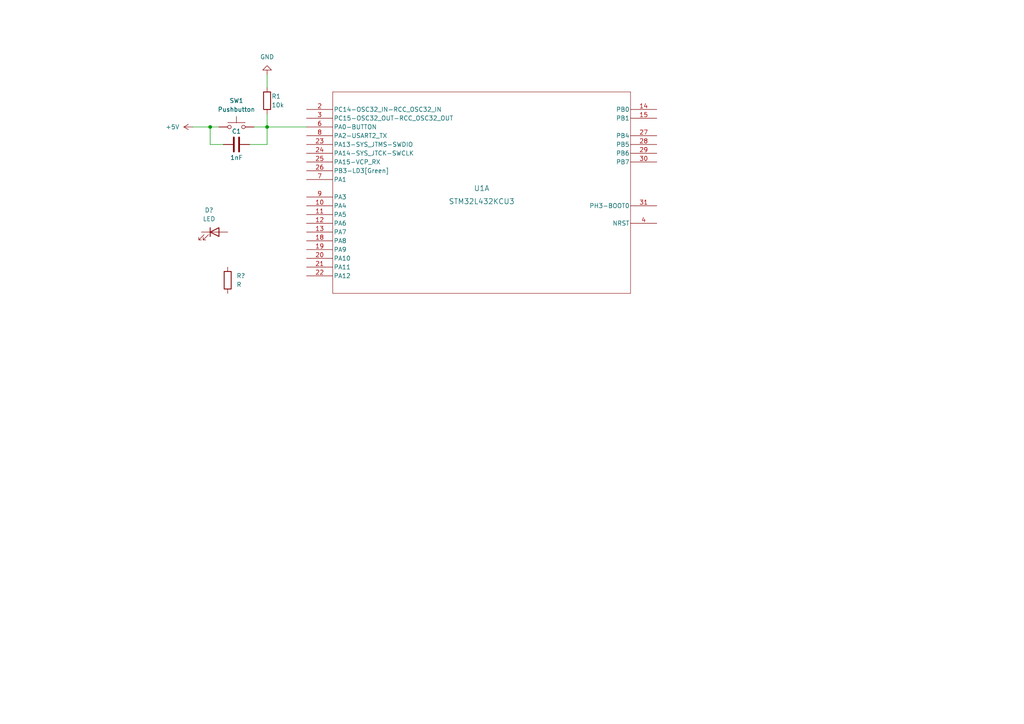
<source format=kicad_sch>
(kicad_sch (version 20211123) (generator eeschema)
  (paper "A4")
  (lib_symbols
    (symbol "2024-07-29_20-35-33:STM32L432KCU3" (pin_names (offset 0.254))
      (property "Reference" "U" (at 50.8 10.16 0))
      (property "Value" "STM32L432KCU3" (at 50.8 7.62 0))
      (symbol "STM32L432KCU3_1_1"
        (polyline (pts (xy 7.62 -53.34) (xy 93.98 -53.34)) (stroke (width 0.127)))
        (polyline (pts (xy 7.62 5.08) (xy 7.62 -53.34)) (stroke (width 0.127)))
        (polyline (pts (xy 93.98 -53.34) (xy 93.98 5.08)) (stroke (width 0.127)))
        (polyline (pts (xy 93.98 5.08) (xy 7.62 5.08)) (stroke (width 0.127)))
        (pin bidirectional line (at 0 -27.94 0) (length 7.62) (name "PA4") (number "10"))
        (pin bidirectional line (at 0 -30.48 0) (length 7.62) (name "PA5") (number "11"))
        (pin bidirectional line (at 0 -33.02 0) (length 7.62) (name "PA6") (number "12"))
        (pin bidirectional line (at 0 -35.56 0) (length 7.62) (name "PA7") (number "13"))
        (pin bidirectional line (at 101.6 0 180) (length 7.62) (name "PB0") (number "14"))
        (pin bidirectional line (at 101.6 -2.54 180) (length 7.62) (name "PB1") (number "15"))
        (pin bidirectional line (at 0 -38.1 0) (length 7.62) (name "PA8") (number "18"))
        (pin bidirectional line (at 0 -40.64 0) (length 7.62) (name "PA9") (number "19"))
        (pin unspecified line (at 0 0 0) (length 7.62) (name "PC14-OSC32_IN-RCC_OSC32_IN") (number "2"))
        (pin bidirectional line (at 0 -43.18 0) (length 7.62) (name "PA10") (number "20"))
        (pin bidirectional line (at 0 -45.72 0) (length 7.62) (name "PA11") (number "21"))
        (pin bidirectional line (at 0 -48.26 0) (length 7.62) (name "PA12") (number "22"))
        (pin unspecified line (at 0 -10.16 0) (length 7.62) (name "PA13-SYS_JTMS-SWDIO") (number "23"))
        (pin unspecified line (at 0 -12.7 0) (length 7.62) (name "PA14-SYS_JTCK-SWCLK") (number "24"))
        (pin unspecified line (at 0 -15.24 0) (length 7.62) (name "PA15-VCP_RX") (number "25"))
        (pin unspecified line (at 0 -17.78 0) (length 7.62) (name "PB3-LD3[Green]") (number "26"))
        (pin bidirectional line (at 101.6 -7.62 180) (length 7.62) (name "PB4") (number "27"))
        (pin bidirectional line (at 101.6 -10.16 180) (length 7.62) (name "PB5") (number "28"))
        (pin bidirectional line (at 101.6 -12.7 180) (length 7.62) (name "PB6") (number "29"))
        (pin unspecified line (at 0 -2.54 0) (length 7.62) (name "PC15-OSC32_OUT-RCC_OSC32_OUT") (number "3"))
        (pin bidirectional line (at 101.6 -15.24 180) (length 7.62) (name "PB7") (number "30"))
        (pin bidirectional line (at 101.6 -27.94 180) (length 7.62) (name "PH3-BOOT0") (number "31"))
        (pin bidirectional line (at 101.6 -33.02 180) (length 7.62) (name "NRST") (number "4"))
        (pin unspecified line (at 0 -5.08 0) (length 7.62) (name "PA0-BUTTON") (number "6"))
        (pin bidirectional line (at 0 -20.32 0) (length 7.62) (name "PA1") (number "7"))
        (pin unspecified line (at 0 -7.62 0) (length 7.62) (name "PA2-USART2_TX") (number "8"))
        (pin bidirectional line (at 0 -25.4 0) (length 7.62) (name "PA3") (number "9"))
      )
      (symbol "STM32L432KCU3_2_1"
        (polyline (pts (xy 7.62 -12.7) (xy 43.18 -12.7)) (stroke (width 0.127)))
        (polyline (pts (xy 7.62 5.08) (xy 7.62 -12.7)) (stroke (width 0.127)))
        (polyline (pts (xy 43.18 -12.7) (xy 43.18 5.08)) (stroke (width 0.127)))
        (polyline (pts (xy 43.18 5.08) (xy 7.62 5.08)) (stroke (width 0.127)))
        (pin power_in line (at 50.8 0 180) (length 7.62) (name "VDD") (number "1"))
        (pin power_in line (at 0 0 0) (length 7.62) (name "VSS") (number "16"))
        (pin power_in line (at 50.8 -2.54 180) (length 7.62) (name "VDD") (number "17"))
        (pin power_in line (at 0 -2.54 0) (length 7.62) (name "VSS") (number "32"))
        (pin power_in line (at 50.8 -7.62 180) (length 7.62) (name "VDDA/VREF+") (number "5"))
      )
    )
    (symbol "Device:C" (pin_numbers hide) (pin_names (offset 0.254))
      (property "Reference" "C" (at 0.635 2.54 0))
      (property "Value" "C" (at 0.635 -2.54 0))
      (symbol "C_0_1"
        (polyline (pts (xy -2.032 -0.762) (xy 2.032 -0.762)) (stroke (width 0.508)))
        (polyline (pts (xy -2.032 0.762) (xy 2.032 0.762)) (stroke (width 0.508)))
      )
      (symbol "C_1_1"
        (pin passive line (at 0 3.81 270) (length 2.794) (name "~") (number "1"))
        (pin passive line (at 0 -3.81 90) (length 2.794) (name "~") (number "2"))
      )
    )
    (symbol "Device:LED" (pin_numbers hide) (pin_names (offset 1.016) hide)
      (property "Reference" "D" (at 0 2.54 0))
      (property "Value" "LED" (at 0 -2.54 0))
      (symbol "LED_0_1"
        (polyline (pts (xy -1.27 -1.27) (xy -1.27 1.27)) (stroke (width 0.254)))
        (polyline (pts (xy -1.27 0) (xy 1.27 0)))
        (polyline (pts (xy 1.27 -1.27) (xy 1.27 1.27) (xy -1.27 0) (xy 1.27 -1.27)) (stroke (width 0.254)))
        (polyline (pts (xy -3.048 -0.762) (xy -4.572 -2.286) (xy -3.81 -2.286) (xy -4.572 -2.286) (xy -4.572 -1.524)))
        (polyline (pts (xy -1.778 -0.762) (xy -3.302 -2.286) (xy -2.54 -2.286) (xy -3.302 -2.286) (xy -3.302 -1.524)))
      )
      (symbol "LED_1_1"
        (pin passive line (at -3.81 0 0) (length 2.54) (name "K") (number "1"))
        (pin passive line (at 3.81 0 180) (length 2.54) (name "A") (number "2"))
      )
    )
    (symbol "Device:R" (pin_numbers hide) (pin_names (offset 0))
      (property "Reference" "R" (at 2.032 0 90))
      (property "Value" "R" (at 0 0 90))
      (symbol "R_0_1"
        (rectangle (start -1.016 -2.54) (end 1.016 2.54) (stroke (width 0.254)))
      )
      (symbol "R_1_1"
        (pin passive line (at 0 3.81 270) (length 1.27) (name "~") (number "1"))
        (pin passive line (at 0 -3.81 90) (length 1.27) (name "~") (number "2"))
      )
    )
    (symbol "Switch:SW_Push" (pin_numbers hide) (pin_names (offset 1.016) hide)
      (property "Reference" "SW" (at 1.27 2.54 0))
      (property "Value" "SW_Push" (at 0 -1.524 0))
      (symbol "SW_Push_0_1"
        (circle (center -2.032 0) (radius 0.508))
        (polyline (pts (xy 0 1.27) (xy 0 3.048)))
        (polyline (pts (xy 2.54 1.27) (xy -2.54 1.27)))
        (circle (center 2.032 0) (radius 0.508))
        (pin passive line (at -5.08 0 0) (length 2.54) (name "1") (number "1"))
        (pin passive line (at 5.08 0 180) (length 2.54) (name "2") (number "2"))
      )
    )
    (symbol "power:+5V" (power) (pin_names (offset 0))
      (property "Value" "+5V" (at 0 3.556 0))
      (symbol "+5V_0_1"
        (polyline (pts (xy -0.762 1.27) (xy 0 2.54)))
        (polyline (pts (xy 0 0) (xy 0 2.54)))
        (polyline (pts (xy 0 2.54) (xy 0.762 1.27)))
      )
      (symbol "+5V_1_1"
        (pin power_in line (at 0 0 90) (length 0) hide (name "+5V") (number "1"))
      )
    )
    (symbol "power:GND" (power) (pin_names (offset 0))
      (property "Value" "GND" (at 0 -3.81 0))
      (symbol "GND_0_1"
        (polyline (pts (xy 0 0) (xy 0 -1.27) (xy 1.27 -1.27) (xy 0 -2.54) (xy -1.27 -1.27) (xy 0 -1.27)))
      )
      (symbol "GND_1_1"
        (pin power_in line (at 0 0 270) (length 0) hide (name "GND") (number "1"))
      )
    )
  )
  (junction (at 77.47 36.83))
  (junction (at 60.96 36.83))
  (wire (pts (xy 60.96 36.83) (xy 63.5 36.83)))
  (wire (pts (xy 73.66 36.83) (xy 77.47 36.83)))
  (wire (pts (xy 60.96 41.91) (xy 64.77 41.91)))
  (wire (pts (xy 72.39 41.91) (xy 77.47 41.91)))
  (wire (pts (xy 77.47 33.02) (xy 77.47 36.83)))
  (wire (pts (xy 77.47 36.83) (xy 88.9 36.83)))
  (wire (pts (xy 55.88 36.83) (xy 60.96 36.83)))
  (wire (pts (xy 77.47 21.59) (xy 77.47 25.4)))
  (wire (pts (xy 77.47 41.91) (xy 77.47 36.83)))
  (wire (pts (xy 60.96 36.83) (xy 60.96 41.91)))
  (symbol (lib_id "power:+5V") (at 55.88 36.83 90) (unit 1)
    (property "Reference" "#PWR?" (effects hide))
    (property "Value" "+5V" (at 52.07 36.8299 90) (effects (justify left)))
  )
  (symbol (lib_id "Device:R") (at 66.04 81.28 0) (unit 1)
    (property "Reference" "R?" (at 68.58 80.0099 0) (effects (justify left)))
    (property "Value" "R" (at 68.58 82.5499 0) (effects (justify left)))
  )
  (symbol (lib_id "power:GND") (at 77.47 21.59 180) (unit 1)
    (property "Reference" "#PWR?" (effects hide))
    (property "Value" "GND" (at 77.47 16.51 0))
  )
  (symbol (lib_id "Device:LED") (at 62.23 67.31 0) (unit 1)
    (property "Reference" "D?" (at 60.6425 60.96 0))
    (property "Value" "LED" (at 60.6425 63.5 0))
  )
  (symbol (lib_id "Device:R") (at 77.47 29.21 0) (unit 1)
    (property "Reference" "R1" (at 78.74 27.94 0) (effects (justify left)))
    (property "Value" "10k" (at 78.74 30.48 0) (effects (justify left)))
  )
  (symbol (lib_id "Switch:SW_Push") (at 68.58 36.83 0) (unit 1)
    (property "Reference" "SW1" (at 68.58 29.21 0))
    (property "Value" "Pushbutton" (at 68.58 31.75 0))
  )
  (symbol (lib_id "2024-07-29_20-35-33:STM32L432KCU3") (at 88.9 31.75 0) (unit 1)
    (property "Reference" "U1" (at 139.7 54.61 0) (effects (font (size 1.524 1.524))))
    (property "Value" "STM32L432KCU3" (at 139.7 58.42 0) (effects (font (size 1.524 1.524))))
    (property "Footprint" "UFQFPN-32" (effects hide))
    (property "Datasheet" "STM32L432KCU3" (effects hide))
  )
  (symbol (lib_id "Device:C") (at 68.58 41.91 90) (unit 1)
    (property "Reference" "C1" (at 68.58 38.1 90))
    (property "Value" "1nF" (at 68.58 45.72 90))
  )
)
</source>
